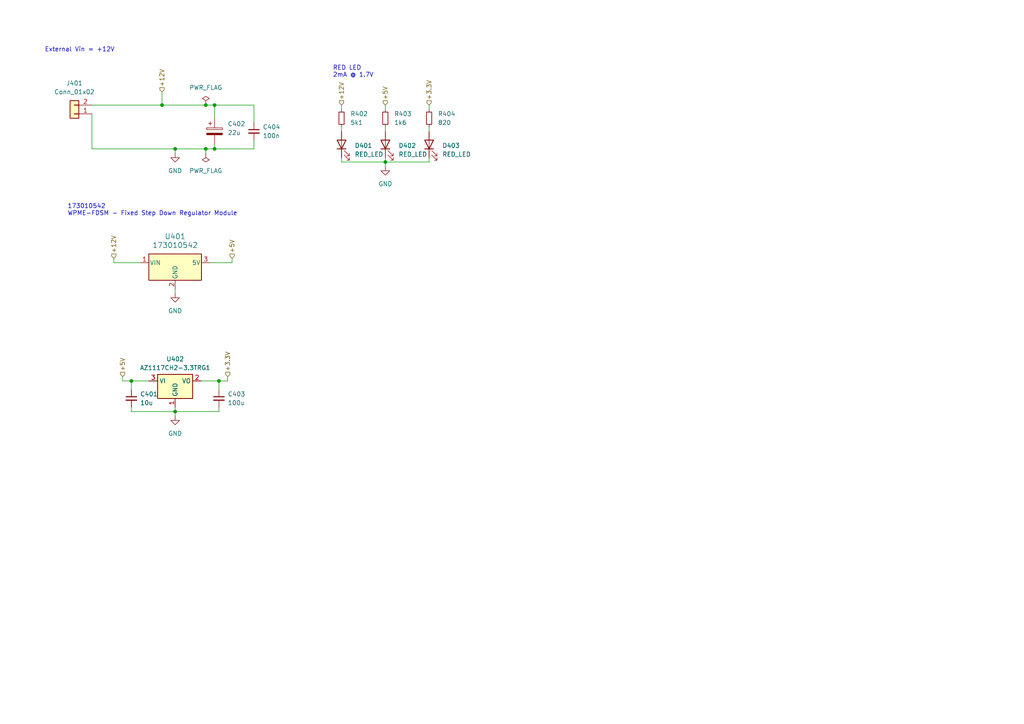
<source format=kicad_sch>
(kicad_sch
	(version 20231120)
	(generator "eeschema")
	(generator_version "8.0")
	(uuid "c69addab-9142-44c9-9ce0-e27921e508f6")
	(paper "A4")
	(lib_symbols
		(symbol "173010xxx:173010542"
			(pin_names
				(offset 0.254)
			)
			(exclude_from_sim no)
			(in_bom yes)
			(on_board yes)
			(property "Reference" "U"
				(at 7.62 -6.35 0)
				(effects
					(font
						(size 1.524 1.524)
					)
				)
			)
			(property "Value" "173010542"
				(at -0.508 3.556 0)
				(effects
					(font
						(size 1.524 1.524)
					)
				)
			)
			(property "Footprint" "CONN3_10542_WRE"
				(at 12.7 -12.7 0)
				(effects
					(font
						(size 1.27 1.27)
						(italic yes)
					)
					(hide yes)
				)
			)
			(property "Datasheet" "173010542"
				(at 10.16 -10.16 0)
				(effects
					(font
						(size 1.27 1.27)
						(italic yes)
					)
					(hide yes)
				)
			)
			(property "Description" ""
				(at 0 0 0)
				(effects
					(font
						(size 1.27 1.27)
					)
					(hide yes)
				)
			)
			(property "ki_keywords" "173010542"
				(at 0 0 0)
				(effects
					(font
						(size 1.27 1.27)
					)
					(hide yes)
				)
			)
			(property "ki_fp_filters" "CONN3_10542_WRE"
				(at 0 0 0)
				(effects
					(font
						(size 1.27 1.27)
					)
					(hide yes)
				)
			)
			(symbol "173010542_1_1"
				(rectangle
					(start -7.62 2.54)
					(end 7.62 -5.08)
					(stroke
						(width 0.254)
						(type default)
					)
					(fill
						(type background)
					)
				)
				(pin power_in line
					(at -10.16 0 0)
					(length 2.54)
					(name "VIN"
						(effects
							(font
								(size 1.27 1.27)
							)
						)
					)
					(number "1"
						(effects
							(font
								(size 1.27 1.27)
							)
						)
					)
				)
				(pin power_in line
					(at 0 -7.62 90)
					(length 2.54)
					(name "GND"
						(effects
							(font
								(size 1.27 1.27)
							)
						)
					)
					(number "2"
						(effects
							(font
								(size 1.27 1.27)
							)
						)
					)
				)
				(pin power_out line
					(at 10.16 0 180)
					(length 2.54)
					(name "5V"
						(effects
							(font
								(size 1.27 1.27)
							)
						)
					)
					(number "3"
						(effects
							(font
								(size 1.27 1.27)
							)
						)
					)
				)
			)
		)
		(symbol "Connector_Generic:Conn_01x02"
			(pin_names
				(offset 1.016) hide)
			(exclude_from_sim no)
			(in_bom yes)
			(on_board yes)
			(property "Reference" "J"
				(at 0 2.54 0)
				(effects
					(font
						(size 1.27 1.27)
					)
				)
			)
			(property "Value" "Conn_01x02"
				(at 0 -5.08 0)
				(effects
					(font
						(size 1.27 1.27)
					)
				)
			)
			(property "Footprint" ""
				(at 0 0 0)
				(effects
					(font
						(size 1.27 1.27)
					)
					(hide yes)
				)
			)
			(property "Datasheet" "~"
				(at 0 0 0)
				(effects
					(font
						(size 1.27 1.27)
					)
					(hide yes)
				)
			)
			(property "Description" "Generic connector, single row, 01x02, script generated (kicad-library-utils/schlib/autogen/connector/)"
				(at 0 0 0)
				(effects
					(font
						(size 1.27 1.27)
					)
					(hide yes)
				)
			)
			(property "ki_keywords" "connector"
				(at 0 0 0)
				(effects
					(font
						(size 1.27 1.27)
					)
					(hide yes)
				)
			)
			(property "ki_fp_filters" "Connector*:*_1x??_*"
				(at 0 0 0)
				(effects
					(font
						(size 1.27 1.27)
					)
					(hide yes)
				)
			)
			(symbol "Conn_01x02_1_1"
				(rectangle
					(start -1.27 -2.413)
					(end 0 -2.667)
					(stroke
						(width 0.1524)
						(type default)
					)
					(fill
						(type none)
					)
				)
				(rectangle
					(start -1.27 0.127)
					(end 0 -0.127)
					(stroke
						(width 0.1524)
						(type default)
					)
					(fill
						(type none)
					)
				)
				(rectangle
					(start -1.27 1.27)
					(end 1.27 -3.81)
					(stroke
						(width 0.254)
						(type default)
					)
					(fill
						(type background)
					)
				)
				(pin passive line
					(at -5.08 0 0)
					(length 3.81)
					(name "Pin_1"
						(effects
							(font
								(size 1.27 1.27)
							)
						)
					)
					(number "1"
						(effects
							(font
								(size 1.27 1.27)
							)
						)
					)
				)
				(pin passive line
					(at -5.08 -2.54 0)
					(length 3.81)
					(name "Pin_2"
						(effects
							(font
								(size 1.27 1.27)
							)
						)
					)
					(number "2"
						(effects
							(font
								(size 1.27 1.27)
							)
						)
					)
				)
			)
		)
		(symbol "Device:C_Polarized"
			(pin_numbers hide)
			(pin_names
				(offset 0.254)
			)
			(exclude_from_sim no)
			(in_bom yes)
			(on_board yes)
			(property "Reference" "C"
				(at 0.635 2.54 0)
				(effects
					(font
						(size 1.27 1.27)
					)
					(justify left)
				)
			)
			(property "Value" "C_Polarized"
				(at 0.635 -2.54 0)
				(effects
					(font
						(size 1.27 1.27)
					)
					(justify left)
				)
			)
			(property "Footprint" ""
				(at 0.9652 -3.81 0)
				(effects
					(font
						(size 1.27 1.27)
					)
					(hide yes)
				)
			)
			(property "Datasheet" "~"
				(at 0 0 0)
				(effects
					(font
						(size 1.27 1.27)
					)
					(hide yes)
				)
			)
			(property "Description" "Polarized capacitor"
				(at 0 0 0)
				(effects
					(font
						(size 1.27 1.27)
					)
					(hide yes)
				)
			)
			(property "ki_keywords" "cap capacitor"
				(at 0 0 0)
				(effects
					(font
						(size 1.27 1.27)
					)
					(hide yes)
				)
			)
			(property "ki_fp_filters" "CP_*"
				(at 0 0 0)
				(effects
					(font
						(size 1.27 1.27)
					)
					(hide yes)
				)
			)
			(symbol "C_Polarized_0_1"
				(rectangle
					(start -2.286 0.508)
					(end 2.286 1.016)
					(stroke
						(width 0)
						(type default)
					)
					(fill
						(type none)
					)
				)
				(polyline
					(pts
						(xy -1.778 2.286) (xy -0.762 2.286)
					)
					(stroke
						(width 0)
						(type default)
					)
					(fill
						(type none)
					)
				)
				(polyline
					(pts
						(xy -1.27 2.794) (xy -1.27 1.778)
					)
					(stroke
						(width 0)
						(type default)
					)
					(fill
						(type none)
					)
				)
				(rectangle
					(start 2.286 -0.508)
					(end -2.286 -1.016)
					(stroke
						(width 0)
						(type default)
					)
					(fill
						(type outline)
					)
				)
			)
			(symbol "C_Polarized_1_1"
				(pin passive line
					(at 0 3.81 270)
					(length 2.794)
					(name "~"
						(effects
							(font
								(size 1.27 1.27)
							)
						)
					)
					(number "1"
						(effects
							(font
								(size 1.27 1.27)
							)
						)
					)
				)
				(pin passive line
					(at 0 -3.81 90)
					(length 2.794)
					(name "~"
						(effects
							(font
								(size 1.27 1.27)
							)
						)
					)
					(number "2"
						(effects
							(font
								(size 1.27 1.27)
							)
						)
					)
				)
			)
		)
		(symbol "Device:C_Small"
			(pin_numbers hide)
			(pin_names
				(offset 0.254) hide)
			(exclude_from_sim no)
			(in_bom yes)
			(on_board yes)
			(property "Reference" "C"
				(at 0.254 1.778 0)
				(effects
					(font
						(size 1.27 1.27)
					)
					(justify left)
				)
			)
			(property "Value" "C_Small"
				(at 0.254 -2.032 0)
				(effects
					(font
						(size 1.27 1.27)
					)
					(justify left)
				)
			)
			(property "Footprint" ""
				(at 0 0 0)
				(effects
					(font
						(size 1.27 1.27)
					)
					(hide yes)
				)
			)
			(property "Datasheet" "~"
				(at 0 0 0)
				(effects
					(font
						(size 1.27 1.27)
					)
					(hide yes)
				)
			)
			(property "Description" "Unpolarized capacitor, small symbol"
				(at 0 0 0)
				(effects
					(font
						(size 1.27 1.27)
					)
					(hide yes)
				)
			)
			(property "ki_keywords" "capacitor cap"
				(at 0 0 0)
				(effects
					(font
						(size 1.27 1.27)
					)
					(hide yes)
				)
			)
			(property "ki_fp_filters" "C_*"
				(at 0 0 0)
				(effects
					(font
						(size 1.27 1.27)
					)
					(hide yes)
				)
			)
			(symbol "C_Small_0_1"
				(polyline
					(pts
						(xy -1.524 -0.508) (xy 1.524 -0.508)
					)
					(stroke
						(width 0.3302)
						(type default)
					)
					(fill
						(type none)
					)
				)
				(polyline
					(pts
						(xy -1.524 0.508) (xy 1.524 0.508)
					)
					(stroke
						(width 0.3048)
						(type default)
					)
					(fill
						(type none)
					)
				)
			)
			(symbol "C_Small_1_1"
				(pin passive line
					(at 0 2.54 270)
					(length 2.032)
					(name "~"
						(effects
							(font
								(size 1.27 1.27)
							)
						)
					)
					(number "1"
						(effects
							(font
								(size 1.27 1.27)
							)
						)
					)
				)
				(pin passive line
					(at 0 -2.54 90)
					(length 2.032)
					(name "~"
						(effects
							(font
								(size 1.27 1.27)
							)
						)
					)
					(number "2"
						(effects
							(font
								(size 1.27 1.27)
							)
						)
					)
				)
			)
		)
		(symbol "Device:LED"
			(pin_numbers hide)
			(pin_names
				(offset 1.016) hide)
			(exclude_from_sim no)
			(in_bom yes)
			(on_board yes)
			(property "Reference" "D"
				(at 0 2.54 0)
				(effects
					(font
						(size 1.27 1.27)
					)
				)
			)
			(property "Value" "LED"
				(at 0 -2.54 0)
				(effects
					(font
						(size 1.27 1.27)
					)
				)
			)
			(property "Footprint" ""
				(at 0 0 0)
				(effects
					(font
						(size 1.27 1.27)
					)
					(hide yes)
				)
			)
			(property "Datasheet" "~"
				(at 0 0 0)
				(effects
					(font
						(size 1.27 1.27)
					)
					(hide yes)
				)
			)
			(property "Description" "Light emitting diode"
				(at 0 0 0)
				(effects
					(font
						(size 1.27 1.27)
					)
					(hide yes)
				)
			)
			(property "ki_keywords" "LED diode"
				(at 0 0 0)
				(effects
					(font
						(size 1.27 1.27)
					)
					(hide yes)
				)
			)
			(property "ki_fp_filters" "LED* LED_SMD:* LED_THT:*"
				(at 0 0 0)
				(effects
					(font
						(size 1.27 1.27)
					)
					(hide yes)
				)
			)
			(symbol "LED_0_1"
				(polyline
					(pts
						(xy -1.27 -1.27) (xy -1.27 1.27)
					)
					(stroke
						(width 0.254)
						(type default)
					)
					(fill
						(type none)
					)
				)
				(polyline
					(pts
						(xy -1.27 0) (xy 1.27 0)
					)
					(stroke
						(width 0)
						(type default)
					)
					(fill
						(type none)
					)
				)
				(polyline
					(pts
						(xy 1.27 -1.27) (xy 1.27 1.27) (xy -1.27 0) (xy 1.27 -1.27)
					)
					(stroke
						(width 0.254)
						(type default)
					)
					(fill
						(type none)
					)
				)
				(polyline
					(pts
						(xy -3.048 -0.762) (xy -4.572 -2.286) (xy -3.81 -2.286) (xy -4.572 -2.286) (xy -4.572 -1.524)
					)
					(stroke
						(width 0)
						(type default)
					)
					(fill
						(type none)
					)
				)
				(polyline
					(pts
						(xy -1.778 -0.762) (xy -3.302 -2.286) (xy -2.54 -2.286) (xy -3.302 -2.286) (xy -3.302 -1.524)
					)
					(stroke
						(width 0)
						(type default)
					)
					(fill
						(type none)
					)
				)
			)
			(symbol "LED_1_1"
				(pin passive line
					(at -3.81 0 0)
					(length 2.54)
					(name "K"
						(effects
							(font
								(size 1.27 1.27)
							)
						)
					)
					(number "1"
						(effects
							(font
								(size 1.27 1.27)
							)
						)
					)
				)
				(pin passive line
					(at 3.81 0 180)
					(length 2.54)
					(name "A"
						(effects
							(font
								(size 1.27 1.27)
							)
						)
					)
					(number "2"
						(effects
							(font
								(size 1.27 1.27)
							)
						)
					)
				)
			)
		)
		(symbol "Device:R_Small"
			(pin_numbers hide)
			(pin_names
				(offset 0.254) hide)
			(exclude_from_sim no)
			(in_bom yes)
			(on_board yes)
			(property "Reference" "R"
				(at 0.762 0.508 0)
				(effects
					(font
						(size 1.27 1.27)
					)
					(justify left)
				)
			)
			(property "Value" "R_Small"
				(at 0.762 -1.016 0)
				(effects
					(font
						(size 1.27 1.27)
					)
					(justify left)
				)
			)
			(property "Footprint" ""
				(at 0 0 0)
				(effects
					(font
						(size 1.27 1.27)
					)
					(hide yes)
				)
			)
			(property "Datasheet" "~"
				(at 0 0 0)
				(effects
					(font
						(size 1.27 1.27)
					)
					(hide yes)
				)
			)
			(property "Description" "Resistor, small symbol"
				(at 0 0 0)
				(effects
					(font
						(size 1.27 1.27)
					)
					(hide yes)
				)
			)
			(property "ki_keywords" "R resistor"
				(at 0 0 0)
				(effects
					(font
						(size 1.27 1.27)
					)
					(hide yes)
				)
			)
			(property "ki_fp_filters" "R_*"
				(at 0 0 0)
				(effects
					(font
						(size 1.27 1.27)
					)
					(hide yes)
				)
			)
			(symbol "R_Small_0_1"
				(rectangle
					(start -0.762 1.778)
					(end 0.762 -1.778)
					(stroke
						(width 0.2032)
						(type default)
					)
					(fill
						(type none)
					)
				)
			)
			(symbol "R_Small_1_1"
				(pin passive line
					(at 0 2.54 270)
					(length 0.762)
					(name "~"
						(effects
							(font
								(size 1.27 1.27)
							)
						)
					)
					(number "1"
						(effects
							(font
								(size 1.27 1.27)
							)
						)
					)
				)
				(pin passive line
					(at 0 -2.54 90)
					(length 0.762)
					(name "~"
						(effects
							(font
								(size 1.27 1.27)
							)
						)
					)
					(number "2"
						(effects
							(font
								(size 1.27 1.27)
							)
						)
					)
				)
			)
		)
		(symbol "Regulator_Linear:AMS1117-3.3"
			(exclude_from_sim no)
			(in_bom yes)
			(on_board yes)
			(property "Reference" "U"
				(at -3.81 3.175 0)
				(effects
					(font
						(size 1.27 1.27)
					)
				)
			)
			(property "Value" "AMS1117-3.3"
				(at 0 3.175 0)
				(effects
					(font
						(size 1.27 1.27)
					)
					(justify left)
				)
			)
			(property "Footprint" "Package_TO_SOT_SMD:SOT-223-3_TabPin2"
				(at 0 5.08 0)
				(effects
					(font
						(size 1.27 1.27)
					)
					(hide yes)
				)
			)
			(property "Datasheet" "http://www.advanced-monolithic.com/pdf/ds1117.pdf"
				(at 2.54 -6.35 0)
				(effects
					(font
						(size 1.27 1.27)
					)
					(hide yes)
				)
			)
			(property "Description" "1A Low Dropout regulator, positive, 3.3V fixed output, SOT-223"
				(at 0 0 0)
				(effects
					(font
						(size 1.27 1.27)
					)
					(hide yes)
				)
			)
			(property "ki_keywords" "linear regulator ldo fixed positive"
				(at 0 0 0)
				(effects
					(font
						(size 1.27 1.27)
					)
					(hide yes)
				)
			)
			(property "ki_fp_filters" "SOT?223*TabPin2*"
				(at 0 0 0)
				(effects
					(font
						(size 1.27 1.27)
					)
					(hide yes)
				)
			)
			(symbol "AMS1117-3.3_0_1"
				(rectangle
					(start -5.08 -5.08)
					(end 5.08 1.905)
					(stroke
						(width 0.254)
						(type default)
					)
					(fill
						(type background)
					)
				)
			)
			(symbol "AMS1117-3.3_1_1"
				(pin power_in line
					(at 0 -7.62 90)
					(length 2.54)
					(name "GND"
						(effects
							(font
								(size 1.27 1.27)
							)
						)
					)
					(number "1"
						(effects
							(font
								(size 1.27 1.27)
							)
						)
					)
				)
				(pin power_out line
					(at 7.62 0 180)
					(length 2.54)
					(name "VO"
						(effects
							(font
								(size 1.27 1.27)
							)
						)
					)
					(number "2"
						(effects
							(font
								(size 1.27 1.27)
							)
						)
					)
				)
				(pin power_in line
					(at -7.62 0 0)
					(length 2.54)
					(name "VI"
						(effects
							(font
								(size 1.27 1.27)
							)
						)
					)
					(number "3"
						(effects
							(font
								(size 1.27 1.27)
							)
						)
					)
				)
			)
		)
		(symbol "power:GND"
			(power)
			(pin_numbers hide)
			(pin_names
				(offset 0) hide)
			(exclude_from_sim no)
			(in_bom yes)
			(on_board yes)
			(property "Reference" "#PWR"
				(at 0 -6.35 0)
				(effects
					(font
						(size 1.27 1.27)
					)
					(hide yes)
				)
			)
			(property "Value" "GND"
				(at 0 -3.81 0)
				(effects
					(font
						(size 1.27 1.27)
					)
				)
			)
			(property "Footprint" ""
				(at 0 0 0)
				(effects
					(font
						(size 1.27 1.27)
					)
					(hide yes)
				)
			)
			(property "Datasheet" ""
				(at 0 0 0)
				(effects
					(font
						(size 1.27 1.27)
					)
					(hide yes)
				)
			)
			(property "Description" "Power symbol creates a global label with name \"GND\" , ground"
				(at 0 0 0)
				(effects
					(font
						(size 1.27 1.27)
					)
					(hide yes)
				)
			)
			(property "ki_keywords" "global power"
				(at 0 0 0)
				(effects
					(font
						(size 1.27 1.27)
					)
					(hide yes)
				)
			)
			(symbol "GND_0_1"
				(polyline
					(pts
						(xy 0 0) (xy 0 -1.27) (xy 1.27 -1.27) (xy 0 -2.54) (xy -1.27 -1.27) (xy 0 -1.27)
					)
					(stroke
						(width 0)
						(type default)
					)
					(fill
						(type none)
					)
				)
			)
			(symbol "GND_1_1"
				(pin power_in line
					(at 0 0 270)
					(length 0)
					(name "~"
						(effects
							(font
								(size 1.27 1.27)
							)
						)
					)
					(number "1"
						(effects
							(font
								(size 1.27 1.27)
							)
						)
					)
				)
			)
		)
		(symbol "power:PWR_FLAG"
			(power)
			(pin_numbers hide)
			(pin_names
				(offset 0) hide)
			(exclude_from_sim no)
			(in_bom yes)
			(on_board yes)
			(property "Reference" "#FLG"
				(at 0 1.905 0)
				(effects
					(font
						(size 1.27 1.27)
					)
					(hide yes)
				)
			)
			(property "Value" "PWR_FLAG"
				(at 0 3.81 0)
				(effects
					(font
						(size 1.27 1.27)
					)
				)
			)
			(property "Footprint" ""
				(at 0 0 0)
				(effects
					(font
						(size 1.27 1.27)
					)
					(hide yes)
				)
			)
			(property "Datasheet" "~"
				(at 0 0 0)
				(effects
					(font
						(size 1.27 1.27)
					)
					(hide yes)
				)
			)
			(property "Description" "Special symbol for telling ERC where power comes from"
				(at 0 0 0)
				(effects
					(font
						(size 1.27 1.27)
					)
					(hide yes)
				)
			)
			(property "ki_keywords" "flag power"
				(at 0 0 0)
				(effects
					(font
						(size 1.27 1.27)
					)
					(hide yes)
				)
			)
			(symbol "PWR_FLAG_0_0"
				(pin power_out line
					(at 0 0 90)
					(length 0)
					(name "~"
						(effects
							(font
								(size 1.27 1.27)
							)
						)
					)
					(number "1"
						(effects
							(font
								(size 1.27 1.27)
							)
						)
					)
				)
			)
			(symbol "PWR_FLAG_0_1"
				(polyline
					(pts
						(xy 0 0) (xy 0 1.27) (xy -1.016 1.905) (xy 0 2.54) (xy 1.016 1.905) (xy 0 1.27)
					)
					(stroke
						(width 0)
						(type default)
					)
					(fill
						(type none)
					)
				)
			)
		)
	)
	(junction
		(at 111.76 46.99)
		(diameter 0)
		(color 0 0 0 0)
		(uuid "0d5c5c6a-86b5-46a4-a8b8-81e8c6009f93")
	)
	(junction
		(at 59.69 43.18)
		(diameter 0)
		(color 0 0 0 0)
		(uuid "4031842d-687b-411b-be36-4129a01004ca")
	)
	(junction
		(at 46.99 30.48)
		(diameter 0)
		(color 0 0 0 0)
		(uuid "5793cf0a-90ab-431f-8318-5259015a3441")
	)
	(junction
		(at 62.23 43.18)
		(diameter 0)
		(color 0 0 0 0)
		(uuid "7d75a3b1-9aa0-42a8-b23f-a7081dc604d7")
	)
	(junction
		(at 63.5 110.49)
		(diameter 0)
		(color 0 0 0 0)
		(uuid "aaf5e768-106c-4fd8-a363-ffd26fa4f8b1")
	)
	(junction
		(at 50.8 43.18)
		(diameter 0)
		(color 0 0 0 0)
		(uuid "b5ec0242-e91a-46f0-ad81-2b55801b8f76")
	)
	(junction
		(at 38.1 110.49)
		(diameter 0)
		(color 0 0 0 0)
		(uuid "b8dad830-5551-440b-b0e1-7fe981afc604")
	)
	(junction
		(at 62.23 30.48)
		(diameter 0)
		(color 0 0 0 0)
		(uuid "c4840269-c61c-49a8-8616-4bfe7f8f3974")
	)
	(junction
		(at 59.69 30.48)
		(diameter 0)
		(color 0 0 0 0)
		(uuid "df4dfe37-510d-45f5-ba8b-4b7777c8db16")
	)
	(junction
		(at 50.8 119.38)
		(diameter 0)
		(color 0 0 0 0)
		(uuid "ec93fc8c-5314-48f9-a92c-7610441ebee6")
	)
	(wire
		(pts
			(xy 58.42 110.49) (xy 63.5 110.49)
		)
		(stroke
			(width 0)
			(type default)
		)
		(uuid "012aace8-a0d3-49a9-9541-26aa4c1735d1")
	)
	(wire
		(pts
			(xy 62.23 30.48) (xy 73.66 30.48)
		)
		(stroke
			(width 0)
			(type default)
		)
		(uuid "03f1b7c3-3f13-4937-8739-fd6e2e07616a")
	)
	(wire
		(pts
			(xy 99.06 46.99) (xy 111.76 46.99)
		)
		(stroke
			(width 0)
			(type default)
		)
		(uuid "0b7d4c58-ebbd-4bc0-9d77-cc78311092d7")
	)
	(wire
		(pts
			(xy 26.67 30.48) (xy 46.99 30.48)
		)
		(stroke
			(width 0)
			(type default)
		)
		(uuid "135ac43f-f2d4-46c3-aaa6-cc579f880248")
	)
	(wire
		(pts
			(xy 111.76 46.99) (xy 124.46 46.99)
		)
		(stroke
			(width 0)
			(type default)
		)
		(uuid "17d4e6a0-c201-4df6-98c8-679907d942dc")
	)
	(wire
		(pts
			(xy 124.46 46.99) (xy 124.46 45.72)
		)
		(stroke
			(width 0)
			(type default)
		)
		(uuid "217458b7-3368-4606-851e-92604a837509")
	)
	(wire
		(pts
			(xy 99.06 45.72) (xy 99.06 46.99)
		)
		(stroke
			(width 0)
			(type default)
		)
		(uuid "241ae77b-01be-44cb-b6ea-37bad5599e23")
	)
	(wire
		(pts
			(xy 111.76 46.99) (xy 111.76 48.26)
		)
		(stroke
			(width 0)
			(type default)
		)
		(uuid "2a868072-2bfc-46d3-a154-d8fe9d56d5a4")
	)
	(wire
		(pts
			(xy 50.8 43.18) (xy 50.8 44.45)
		)
		(stroke
			(width 0)
			(type default)
		)
		(uuid "2f015fba-5fc1-45c4-a92f-0dec1b16ebc8")
	)
	(wire
		(pts
			(xy 26.67 43.18) (xy 50.8 43.18)
		)
		(stroke
			(width 0)
			(type default)
		)
		(uuid "31dc9e10-ac98-4f87-b0a1-cacd9cf341c1")
	)
	(wire
		(pts
			(xy 99.06 36.83) (xy 99.06 38.1)
		)
		(stroke
			(width 0)
			(type default)
		)
		(uuid "408a9249-c1f6-407d-83cb-7b8257b94779")
	)
	(wire
		(pts
			(xy 59.69 43.18) (xy 50.8 43.18)
		)
		(stroke
			(width 0)
			(type default)
		)
		(uuid "48323e0c-e148-4562-be8d-51d5fcd95172")
	)
	(wire
		(pts
			(xy 124.46 30.48) (xy 124.46 31.75)
		)
		(stroke
			(width 0)
			(type default)
		)
		(uuid "4a4db71f-27af-4131-b773-00da28c78c3c")
	)
	(wire
		(pts
			(xy 38.1 118.11) (xy 38.1 119.38)
		)
		(stroke
			(width 0)
			(type default)
		)
		(uuid "4bdda5a8-3f50-4906-9689-51e33572bba5")
	)
	(wire
		(pts
			(xy 63.5 110.49) (xy 66.04 110.49)
		)
		(stroke
			(width 0)
			(type default)
		)
		(uuid "5320d0f3-fb75-47d0-b779-aed965774d70")
	)
	(wire
		(pts
			(xy 59.69 44.45) (xy 59.69 43.18)
		)
		(stroke
			(width 0)
			(type default)
		)
		(uuid "5b9609e4-9ce0-489b-95b1-ce9fe3fd14f9")
	)
	(wire
		(pts
			(xy 33.02 76.2) (xy 40.64 76.2)
		)
		(stroke
			(width 0)
			(type default)
		)
		(uuid "5f24570c-c8bd-4777-a032-0d55517807ec")
	)
	(wire
		(pts
			(xy 35.56 110.49) (xy 38.1 110.49)
		)
		(stroke
			(width 0)
			(type default)
		)
		(uuid "5fb3b5db-1aa9-4fab-a1f4-060c55b2cb55")
	)
	(wire
		(pts
			(xy 124.46 36.83) (xy 124.46 38.1)
		)
		(stroke
			(width 0)
			(type default)
		)
		(uuid "64847522-021e-48c0-851a-bb17763cb1bf")
	)
	(wire
		(pts
			(xy 43.18 110.49) (xy 38.1 110.49)
		)
		(stroke
			(width 0)
			(type default)
		)
		(uuid "65d2380d-833c-4c95-9832-0100d82dda4f")
	)
	(wire
		(pts
			(xy 111.76 45.72) (xy 111.76 46.99)
		)
		(stroke
			(width 0)
			(type default)
		)
		(uuid "6abfa825-f4e1-4bf1-86ab-9e9b897f0241")
	)
	(wire
		(pts
			(xy 73.66 30.48) (xy 73.66 35.56)
		)
		(stroke
			(width 0)
			(type default)
		)
		(uuid "75aa9b04-a485-435c-8a90-ef15fd568fb5")
	)
	(wire
		(pts
			(xy 38.1 110.49) (xy 38.1 113.03)
		)
		(stroke
			(width 0)
			(type default)
		)
		(uuid "7a05de1f-e1f1-477f-aab9-fa28b6be247b")
	)
	(wire
		(pts
			(xy 63.5 110.49) (xy 63.5 113.03)
		)
		(stroke
			(width 0)
			(type default)
		)
		(uuid "85414240-75f1-448a-82ba-1507bed0325e")
	)
	(wire
		(pts
			(xy 38.1 119.38) (xy 50.8 119.38)
		)
		(stroke
			(width 0)
			(type default)
		)
		(uuid "8afcfd68-28ce-4414-945a-933396d64a49")
	)
	(wire
		(pts
			(xy 50.8 85.09) (xy 50.8 83.82)
		)
		(stroke
			(width 0)
			(type default)
		)
		(uuid "93dc8ff7-42aa-4feb-8951-d39970e2fa25")
	)
	(wire
		(pts
			(xy 59.69 43.18) (xy 62.23 43.18)
		)
		(stroke
			(width 0)
			(type default)
		)
		(uuid "95161ec9-b936-4011-abc9-75f1d0152597")
	)
	(wire
		(pts
			(xy 46.99 26.67) (xy 46.99 30.48)
		)
		(stroke
			(width 0)
			(type default)
		)
		(uuid "9c953111-cc63-4a80-9c2e-0375aad204de")
	)
	(wire
		(pts
			(xy 66.04 109.22) (xy 66.04 110.49)
		)
		(stroke
			(width 0)
			(type default)
		)
		(uuid "a30c099b-0935-46bf-9031-7b8eb273062a")
	)
	(wire
		(pts
			(xy 73.66 40.64) (xy 73.66 43.18)
		)
		(stroke
			(width 0)
			(type default)
		)
		(uuid "a7fcbd87-bb9b-48a0-bef2-088f24b52db6")
	)
	(wire
		(pts
			(xy 111.76 36.83) (xy 111.76 38.1)
		)
		(stroke
			(width 0)
			(type default)
		)
		(uuid "a8e262cc-a5b0-4178-b7af-0559a371b592")
	)
	(wire
		(pts
			(xy 67.31 74.93) (xy 67.31 76.2)
		)
		(stroke
			(width 0)
			(type default)
		)
		(uuid "a960bb61-dddb-400e-a1bd-c0a0521ad1c9")
	)
	(wire
		(pts
			(xy 62.23 41.91) (xy 62.23 43.18)
		)
		(stroke
			(width 0)
			(type default)
		)
		(uuid "b1b5b967-58e4-4499-a25a-35eea99bcf9d")
	)
	(wire
		(pts
			(xy 62.23 43.18) (xy 73.66 43.18)
		)
		(stroke
			(width 0)
			(type default)
		)
		(uuid "b666d161-b1df-460f-9c2d-8280c99bb576")
	)
	(wire
		(pts
			(xy 26.67 33.02) (xy 26.67 43.18)
		)
		(stroke
			(width 0)
			(type default)
		)
		(uuid "b79c1b76-f1c7-4352-be10-cb877891891e")
	)
	(wire
		(pts
			(xy 50.8 119.38) (xy 63.5 119.38)
		)
		(stroke
			(width 0)
			(type default)
		)
		(uuid "ce1793f1-e8b6-4d6d-bbd7-716aacac183e")
	)
	(wire
		(pts
			(xy 63.5 118.11) (xy 63.5 119.38)
		)
		(stroke
			(width 0)
			(type default)
		)
		(uuid "cecda277-6a46-42c4-90a0-3a4060fd9e95")
	)
	(wire
		(pts
			(xy 33.02 74.93) (xy 33.02 76.2)
		)
		(stroke
			(width 0)
			(type default)
		)
		(uuid "dfd95d5d-b940-4f9b-913a-77c77f88ba86")
	)
	(wire
		(pts
			(xy 99.06 30.48) (xy 99.06 31.75)
		)
		(stroke
			(width 0)
			(type default)
		)
		(uuid "ebbd48c3-747b-4e6c-8b69-671734f6192c")
	)
	(wire
		(pts
			(xy 50.8 118.11) (xy 50.8 119.38)
		)
		(stroke
			(width 0)
			(type default)
		)
		(uuid "ef4589f1-2cba-4fe9-83be-f45fe0acf0ee")
	)
	(wire
		(pts
			(xy 62.23 30.48) (xy 62.23 34.29)
		)
		(stroke
			(width 0)
			(type default)
		)
		(uuid "f08dde5f-d03a-476b-b889-cefbbca96ae5")
	)
	(wire
		(pts
			(xy 59.69 30.48) (xy 62.23 30.48)
		)
		(stroke
			(width 0)
			(type default)
		)
		(uuid "f099e77a-8a9c-47b6-8e1b-757e2a5dfccf")
	)
	(wire
		(pts
			(xy 111.76 30.48) (xy 111.76 31.75)
		)
		(stroke
			(width 0)
			(type default)
		)
		(uuid "f294f5b1-58f5-4cf2-896b-3216897cd5a6")
	)
	(wire
		(pts
			(xy 67.31 76.2) (xy 60.96 76.2)
		)
		(stroke
			(width 0)
			(type default)
		)
		(uuid "fbb921e7-903a-4793-bec0-1b15f5db137a")
	)
	(wire
		(pts
			(xy 46.99 30.48) (xy 59.69 30.48)
		)
		(stroke
			(width 0)
			(type default)
		)
		(uuid "fc473bd2-3531-4b99-8e2c-4dcc34985f8a")
	)
	(wire
		(pts
			(xy 50.8 119.38) (xy 50.8 120.65)
		)
		(stroke
			(width 0)
			(type default)
		)
		(uuid "fcff8356-2c1a-4478-a395-900af2a91b98")
	)
	(wire
		(pts
			(xy 35.56 109.22) (xy 35.56 110.49)
		)
		(stroke
			(width 0)
			(type default)
		)
		(uuid "fd357375-fe31-4432-b61c-c9d2c792ff25")
	)
	(text "RED LED\n2mA @ 1.7V"
		(exclude_from_sim no)
		(at 96.52 20.828 0)
		(effects
			(font
				(size 1.27 1.27)
			)
			(justify left)
		)
		(uuid "13482fc2-1737-4526-b89c-5271744a911a")
	)
	(text "173010542\nWPME-FDSM - Fixed Step Down Regulator Module"
		(exclude_from_sim no)
		(at 19.558 60.96 0)
		(effects
			(font
				(size 1.27 1.27)
			)
			(justify left)
		)
		(uuid "7ae62073-a9c7-44df-9a53-f718bb79a557")
	)
	(text "External Vin = +12V"
		(exclude_from_sim no)
		(at 12.954 14.478 0)
		(effects
			(font
				(size 1.27 1.27)
			)
			(justify left)
		)
		(uuid "852857c9-6b12-49fd-b3f1-e54d6dd85224")
	)
	(hierarchical_label "+5V"
		(shape input)
		(at 35.56 109.22 90)
		(effects
			(font
				(size 1.27 1.27)
			)
			(justify left)
		)
		(uuid "0fec49b4-e3d8-49e3-8ae5-d86551469cdc")
	)
	(hierarchical_label "+12V"
		(shape input)
		(at 46.99 26.67 90)
		(effects
			(font
				(size 1.27 1.27)
			)
			(justify left)
		)
		(uuid "54be258e-2a85-4741-88fc-0cbed18daaab")
	)
	(hierarchical_label "+12V"
		(shape input)
		(at 33.02 74.93 90)
		(effects
			(font
				(size 1.27 1.27)
			)
			(justify left)
		)
		(uuid "5bbf40bc-942f-48cb-9d7a-f9c97c2702bb")
	)
	(hierarchical_label "+12V"
		(shape input)
		(at 99.06 30.48 90)
		(effects
			(font
				(size 1.27 1.27)
			)
			(justify left)
		)
		(uuid "5f75536e-54b3-4e22-9a4d-c7a2c38bbe2c")
	)
	(hierarchical_label "+5V"
		(shape input)
		(at 67.31 74.93 90)
		(effects
			(font
				(size 1.27 1.27)
			)
			(justify left)
		)
		(uuid "680ee587-4aed-4638-931a-acc527b8594a")
	)
	(hierarchical_label "+5V"
		(shape input)
		(at 111.76 30.48 90)
		(effects
			(font
				(size 1.27 1.27)
			)
			(justify left)
		)
		(uuid "a8fecf25-8d11-4c21-b078-63a433457e05")
	)
	(hierarchical_label "+3.3V"
		(shape input)
		(at 66.04 109.22 90)
		(effects
			(font
				(size 1.27 1.27)
			)
			(justify left)
		)
		(uuid "cb574988-097c-4c83-b3f4-50788391bf9e")
	)
	(hierarchical_label "+3.3V"
		(shape input)
		(at 124.46 30.48 90)
		(effects
			(font
				(size 1.27 1.27)
			)
			(justify left)
		)
		(uuid "f32db1b6-1a37-4e5c-b383-5f181870e704")
	)
	(symbol
		(lib_id "Device:C_Small")
		(at 63.5 115.57 0)
		(unit 1)
		(exclude_from_sim no)
		(in_bom yes)
		(on_board yes)
		(dnp no)
		(fields_autoplaced yes)
		(uuid "0ad7d5c7-a951-4b01-9769-89d4185c36e5")
		(property "Reference" "C403"
			(at 66.04 114.3062 0)
			(effects
				(font
					(size 1.27 1.27)
				)
				(justify left)
			)
		)
		(property "Value" "100u"
			(at 66.04 116.8462 0)
			(effects
				(font
					(size 1.27 1.27)
				)
				(justify left)
			)
		)
		(property "Footprint" "Capacitor_SMD:C_0402_1005Metric"
			(at 63.5 115.57 0)
			(effects
				(font
					(size 1.27 1.27)
				)
				(hide yes)
			)
		)
		(property "Datasheet" "~"
			(at 63.5 115.57 0)
			(effects
				(font
					(size 1.27 1.27)
				)
				(hide yes)
			)
		)
		(property "Description" "Unpolarized capacitor, small symbol"
			(at 63.5 115.57 0)
			(effects
				(font
					(size 1.27 1.27)
				)
				(hide yes)
			)
		)
		(property "Vmax" ""
			(at 63.5 115.57 0)
			(effects
				(font
					(size 1.27 1.27)
				)
				(hide yes)
			)
		)
		(pin "1"
			(uuid "115028f1-a86b-4ad0-af45-a5a1d011b23f")
		)
		(pin "2"
			(uuid "d79f1662-c80d-4c2d-8cea-5e883545595b")
		)
		(instances
			(project "uC_TP_Boussole_mb"
				(path "/2e9feef3-d2ce-488a-99fa-e1de5099ffc3/656cbb3c-4322-42f9-a353-72af4bbcd3ec"
					(reference "C403")
					(unit 1)
				)
			)
		)
	)
	(symbol
		(lib_id "Device:LED")
		(at 111.76 41.91 90)
		(unit 1)
		(exclude_from_sim no)
		(in_bom yes)
		(on_board yes)
		(dnp no)
		(fields_autoplaced yes)
		(uuid "12f05277-e1da-45b5-8bcf-4c938666bb2d")
		(property "Reference" "D402"
			(at 115.57 42.2274 90)
			(effects
				(font
					(size 1.27 1.27)
				)
				(justify right)
			)
		)
		(property "Value" "RED_LED"
			(at 115.57 44.7674 90)
			(effects
				(font
					(size 1.27 1.27)
				)
				(justify right)
			)
		)
		(property "Footprint" "LED_SMD:LED_0603_1608Metric"
			(at 111.76 41.91 0)
			(effects
				(font
					(size 1.27 1.27)
				)
				(hide yes)
			)
		)
		(property "Datasheet" "https://www.we-online.com/components/products/datasheet/150060RS55040.pdf"
			(at 111.76 41.91 0)
			(effects
				(font
					(size 1.27 1.27)
				)
				(hide yes)
			)
		)
		(property "Description" "Light emitting diode"
			(at 111.76 41.91 0)
			(effects
				(font
					(size 1.27 1.27)
				)
				(hide yes)
			)
		)
		(property "MPN" "WE 150060RS55040"
			(at 111.76 41.91 90)
			(effects
				(font
					(size 1.27 1.27)
				)
				(hide yes)
			)
		)
		(property "Vmax" ""
			(at 111.76 41.91 0)
			(effects
				(font
					(size 1.27 1.27)
				)
				(hide yes)
			)
		)
		(pin "1"
			(uuid "d64a972d-92e8-4cfb-9f8a-d0df9ad0b533")
		)
		(pin "2"
			(uuid "7514d391-3173-412a-b564-4565f47723f5")
		)
		(instances
			(project "uC_TP_Boussole_mb"
				(path "/2e9feef3-d2ce-488a-99fa-e1de5099ffc3/656cbb3c-4322-42f9-a353-72af4bbcd3ec"
					(reference "D402")
					(unit 1)
				)
			)
		)
	)
	(symbol
		(lib_id "Connector_Generic:Conn_01x02")
		(at 21.59 33.02 180)
		(unit 1)
		(exclude_from_sim no)
		(in_bom yes)
		(on_board yes)
		(dnp no)
		(fields_autoplaced yes)
		(uuid "1ae3294b-0526-4eed-bcaf-aacf149944d8")
		(property "Reference" "J401"
			(at 21.59 24.13 0)
			(effects
				(font
					(size 1.27 1.27)
				)
			)
		)
		(property "Value" "Conn_01x02"
			(at 21.59 26.67 0)
			(effects
				(font
					(size 1.27 1.27)
				)
			)
		)
		(property "Footprint" "Connector_JST:JST_XH_S2B-XH-A_1x02_P2.50mm_Horizontal"
			(at 21.59 33.02 0)
			(effects
				(font
					(size 1.27 1.27)
				)
				(hide yes)
			)
		)
		(property "Datasheet" "~"
			(at 21.59 33.02 0)
			(effects
				(font
					(size 1.27 1.27)
				)
				(hide yes)
			)
		)
		(property "Description" "Generic connector, single row, 01x02, script generated (kicad-library-utils/schlib/autogen/connector/)"
			(at 21.59 33.02 0)
			(effects
				(font
					(size 1.27 1.27)
				)
				(hide yes)
			)
		)
		(property "Vmax" ""
			(at 21.59 33.02 0)
			(effects
				(font
					(size 1.27 1.27)
				)
				(hide yes)
			)
		)
		(pin "2"
			(uuid "57194d93-58a6-42f1-b20e-ecf8c8326cc2")
		)
		(pin "1"
			(uuid "c035f66f-3bdb-497c-8f23-40a87cf663fa")
		)
		(instances
			(project "uC_TP_Boussole_mb"
				(path "/2e9feef3-d2ce-488a-99fa-e1de5099ffc3/656cbb3c-4322-42f9-a353-72af4bbcd3ec"
					(reference "J401")
					(unit 1)
				)
			)
		)
	)
	(symbol
		(lib_id "power:PWR_FLAG")
		(at 59.69 44.45 180)
		(unit 1)
		(exclude_from_sim no)
		(in_bom yes)
		(on_board yes)
		(dnp no)
		(fields_autoplaced yes)
		(uuid "1d958e62-a1fb-4d03-9138-dfb2d6320c06")
		(property "Reference" "#FLG0402"
			(at 59.69 46.355 0)
			(effects
				(font
					(size 1.27 1.27)
				)
				(hide yes)
			)
		)
		(property "Value" "PWR_FLAG"
			(at 59.69 49.53 0)
			(effects
				(font
					(size 1.27 1.27)
				)
			)
		)
		(property "Footprint" ""
			(at 59.69 44.45 0)
			(effects
				(font
					(size 1.27 1.27)
				)
				(hide yes)
			)
		)
		(property "Datasheet" "~"
			(at 59.69 44.45 0)
			(effects
				(font
					(size 1.27 1.27)
				)
				(hide yes)
			)
		)
		(property "Description" "Special symbol for telling ERC where power comes from"
			(at 59.69 44.45 0)
			(effects
				(font
					(size 1.27 1.27)
				)
				(hide yes)
			)
		)
		(pin "1"
			(uuid "1e3e7d55-8cc3-4cf1-a640-292c180c4f6e")
		)
		(instances
			(project "uC_TP_Boussole_mb"
				(path "/2e9feef3-d2ce-488a-99fa-e1de5099ffc3/656cbb3c-4322-42f9-a353-72af4bbcd3ec"
					(reference "#FLG0402")
					(unit 1)
				)
			)
		)
	)
	(symbol
		(lib_id "Device:R_Small")
		(at 111.76 34.29 0)
		(unit 1)
		(exclude_from_sim no)
		(in_bom yes)
		(on_board yes)
		(dnp no)
		(fields_autoplaced yes)
		(uuid "2659f739-0ecc-4476-b6e6-118f25da1e1d")
		(property "Reference" "R403"
			(at 114.3 33.0199 0)
			(effects
				(font
					(size 1.27 1.27)
				)
				(justify left)
			)
		)
		(property "Value" "1k6"
			(at 114.3 35.5599 0)
			(effects
				(font
					(size 1.27 1.27)
				)
				(justify left)
			)
		)
		(property "Footprint" "Resistor_SMD:R_0402_1005Metric"
			(at 111.76 34.29 0)
			(effects
				(font
					(size 1.27 1.27)
				)
				(hide yes)
			)
		)
		(property "Datasheet" "~"
			(at 111.76 34.29 0)
			(effects
				(font
					(size 1.27 1.27)
				)
				(hide yes)
			)
		)
		(property "Description" "Resistor, small symbol"
			(at 111.76 34.29 0)
			(effects
				(font
					(size 1.27 1.27)
				)
				(hide yes)
			)
		)
		(property "Vmax" ""
			(at 111.76 34.29 0)
			(effects
				(font
					(size 1.27 1.27)
				)
				(hide yes)
			)
		)
		(pin "2"
			(uuid "dd1110e0-d09c-4a7a-a3eb-666aebf10fa3")
		)
		(pin "1"
			(uuid "02b13f3d-c0da-430f-9811-82abc560c96a")
		)
		(instances
			(project "uC_TP_Boussole_mb"
				(path "/2e9feef3-d2ce-488a-99fa-e1de5099ffc3/656cbb3c-4322-42f9-a353-72af4bbcd3ec"
					(reference "R403")
					(unit 1)
				)
			)
		)
	)
	(symbol
		(lib_id "Device:C_Small")
		(at 73.66 38.1 0)
		(unit 1)
		(exclude_from_sim no)
		(in_bom yes)
		(on_board yes)
		(dnp no)
		(fields_autoplaced yes)
		(uuid "411bbeaf-8e50-4ac1-bbf4-56e034e7e119")
		(property "Reference" "C404"
			(at 76.2 36.8362 0)
			(effects
				(font
					(size 1.27 1.27)
				)
				(justify left)
			)
		)
		(property "Value" "100n"
			(at 76.2 39.3762 0)
			(effects
				(font
					(size 1.27 1.27)
				)
				(justify left)
			)
		)
		(property "Footprint" "Capacitor_SMD:C_0402_1005Metric"
			(at 73.66 38.1 0)
			(effects
				(font
					(size 1.27 1.27)
				)
				(hide yes)
			)
		)
		(property "Datasheet" "~"
			(at 73.66 38.1 0)
			(effects
				(font
					(size 1.27 1.27)
				)
				(hide yes)
			)
		)
		(property "Description" "Unpolarized capacitor, small symbol"
			(at 73.66 38.1 0)
			(effects
				(font
					(size 1.27 1.27)
				)
				(hide yes)
			)
		)
		(property "Vmax" ""
			(at 73.66 38.1 0)
			(effects
				(font
					(size 1.27 1.27)
				)
				(hide yes)
			)
		)
		(pin "1"
			(uuid "52d6dbcb-a354-4dd0-98f9-e8fb7ce142f4")
		)
		(pin "2"
			(uuid "778786a0-a24e-40fd-9552-619ef1308d35")
		)
		(instances
			(project "uC_TP_Boussole_mb"
				(path "/2e9feef3-d2ce-488a-99fa-e1de5099ffc3/656cbb3c-4322-42f9-a353-72af4bbcd3ec"
					(reference "C404")
					(unit 1)
				)
			)
		)
	)
	(symbol
		(lib_id "Device:LED")
		(at 124.46 41.91 90)
		(unit 1)
		(exclude_from_sim no)
		(in_bom yes)
		(on_board yes)
		(dnp no)
		(fields_autoplaced yes)
		(uuid "5528e17b-a44c-4216-abcb-e66ff828a82a")
		(property "Reference" "D403"
			(at 128.27 42.2274 90)
			(effects
				(font
					(size 1.27 1.27)
				)
				(justify right)
			)
		)
		(property "Value" "RED_LED"
			(at 128.27 44.7674 90)
			(effects
				(font
					(size 1.27 1.27)
				)
				(justify right)
			)
		)
		(property "Footprint" "LED_SMD:LED_0603_1608Metric"
			(at 124.46 41.91 0)
			(effects
				(font
					(size 1.27 1.27)
				)
				(hide yes)
			)
		)
		(property "Datasheet" "https://www.we-online.com/components/products/datasheet/150060RS55040.pdf"
			(at 124.46 41.91 0)
			(effects
				(font
					(size 1.27 1.27)
				)
				(hide yes)
			)
		)
		(property "Description" "Light emitting diode"
			(at 124.46 41.91 0)
			(effects
				(font
					(size 1.27 1.27)
				)
				(hide yes)
			)
		)
		(property "MPN" "WE 150060RS55040"
			(at 124.46 41.91 90)
			(effects
				(font
					(size 1.27 1.27)
				)
				(hide yes)
			)
		)
		(property "Vmax" ""
			(at 124.46 41.91 0)
			(effects
				(font
					(size 1.27 1.27)
				)
				(hide yes)
			)
		)
		(pin "1"
			(uuid "fcae0479-0a36-4448-904d-7de62e179bff")
		)
		(pin "2"
			(uuid "9ba54ff5-3bac-4d10-9dac-d1436f5981eb")
		)
		(instances
			(project "uC_TP_Boussole_mb"
				(path "/2e9feef3-d2ce-488a-99fa-e1de5099ffc3/656cbb3c-4322-42f9-a353-72af4bbcd3ec"
					(reference "D403")
					(unit 1)
				)
			)
		)
	)
	(symbol
		(lib_id "Regulator_Linear:AMS1117-3.3")
		(at 50.8 110.49 0)
		(unit 1)
		(exclude_from_sim no)
		(in_bom yes)
		(on_board yes)
		(dnp no)
		(fields_autoplaced yes)
		(uuid "58b68692-b87f-4bea-9852-ea8c89c99afd")
		(property "Reference" "U402"
			(at 50.8 104.14 0)
			(effects
				(font
					(size 1.27 1.27)
				)
			)
		)
		(property "Value" "AZ1117CH2-3.3TRG1"
			(at 50.8 106.68 0)
			(effects
				(font
					(size 1.27 1.27)
				)
			)
		)
		(property "Footprint" "Package_TO_SOT_SMD:SOT-223-3_TabPin2"
			(at 50.8 105.41 0)
			(effects
				(font
					(size 1.27 1.27)
				)
				(hide yes)
			)
		)
		(property "Datasheet" "https://4donline.ihs.com/images/VipMasterIC/IC/DIOD/DIOD-S-A0007713706/DIOD-S-A0007713706-1.pdf?hkey=6D3A4C79FDBF58556ACFDE234799DDF0"
			(at 53.34 116.84 0)
			(effects
				(font
					(size 1.27 1.27)
				)
				(hide yes)
			)
		)
		(property "Description" "1A Low Dropout regulator, positive, 3.3V fixed output, SOT-223"
			(at 50.8 110.49 0)
			(effects
				(font
					(size 1.27 1.27)
				)
				(hide yes)
			)
		)
		(property "MPN" "AZ1117CH2-3.3TRG1"
			(at 50.8 110.49 0)
			(effects
				(font
					(size 1.27 1.27)
				)
				(hide yes)
			)
		)
		(property "Vmax" ""
			(at 50.8 110.49 0)
			(effects
				(font
					(size 1.27 1.27)
				)
				(hide yes)
			)
		)
		(pin "3"
			(uuid "4a071e21-707e-4471-b712-d10815414ecf")
		)
		(pin "1"
			(uuid "601828cb-6d39-4ace-85b0-896a406eb26f")
		)
		(pin "2"
			(uuid "18b3e439-5530-41b3-96a4-4427168b5be7")
		)
		(instances
			(project "uC_TP_Boussole_mb"
				(path "/2e9feef3-d2ce-488a-99fa-e1de5099ffc3/656cbb3c-4322-42f9-a353-72af4bbcd3ec"
					(reference "U402")
					(unit 1)
				)
			)
		)
	)
	(symbol
		(lib_id "power:GND")
		(at 50.8 85.09 0)
		(unit 1)
		(exclude_from_sim no)
		(in_bom yes)
		(on_board yes)
		(dnp no)
		(fields_autoplaced yes)
		(uuid "7bfef871-e74e-4b97-9243-703098976f94")
		(property "Reference" "#PWR0402"
			(at 50.8 91.44 0)
			(effects
				(font
					(size 1.27 1.27)
				)
				(hide yes)
			)
		)
		(property "Value" "GND"
			(at 50.8 90.17 0)
			(effects
				(font
					(size 1.27 1.27)
				)
			)
		)
		(property "Footprint" ""
			(at 50.8 85.09 0)
			(effects
				(font
					(size 1.27 1.27)
				)
				(hide yes)
			)
		)
		(property "Datasheet" ""
			(at 50.8 85.09 0)
			(effects
				(font
					(size 1.27 1.27)
				)
				(hide yes)
			)
		)
		(property "Description" "Power symbol creates a global label with name \"GND\" , ground"
			(at 50.8 85.09 0)
			(effects
				(font
					(size 1.27 1.27)
				)
				(hide yes)
			)
		)
		(pin "1"
			(uuid "2f950688-f981-487b-9e68-d03675062924")
		)
		(instances
			(project "uC_TP_Boussole_mb"
				(path "/2e9feef3-d2ce-488a-99fa-e1de5099ffc3/656cbb3c-4322-42f9-a353-72af4bbcd3ec"
					(reference "#PWR0402")
					(unit 1)
				)
			)
		)
	)
	(symbol
		(lib_id "Device:C_Polarized")
		(at 62.23 38.1 0)
		(unit 1)
		(exclude_from_sim no)
		(in_bom yes)
		(on_board yes)
		(dnp no)
		(fields_autoplaced yes)
		(uuid "864cd436-a904-46ae-8afd-34c239a8e95c")
		(property "Reference" "C402"
			(at 66.04 35.9409 0)
			(effects
				(font
					(size 1.27 1.27)
				)
				(justify left)
			)
		)
		(property "Value" "22u"
			(at 66.04 38.4809 0)
			(effects
				(font
					(size 1.27 1.27)
				)
				(justify left)
			)
		)
		(property "Footprint" "Capacitor_SMD:CP_Elec_5x5.4"
			(at 63.1952 41.91 0)
			(effects
				(font
					(size 1.27 1.27)
				)
				(hide yes)
			)
		)
		(property "Datasheet" "~"
			(at 62.23 38.1 0)
			(effects
				(font
					(size 1.27 1.27)
				)
				(hide yes)
			)
		)
		(property "Description" "Polarized capacitor"
			(at 62.23 38.1 0)
			(effects
				(font
					(size 1.27 1.27)
				)
				(hide yes)
			)
		)
		(property "MPN" "865060442002"
			(at 62.23 38.1 0)
			(effects
				(font
					(size 1.27 1.27)
				)
				(hide yes)
			)
		)
		(property "Vmax" ""
			(at 62.23 38.1 0)
			(effects
				(font
					(size 1.27 1.27)
				)
				(hide yes)
			)
		)
		(pin "1"
			(uuid "ee09b78f-8801-475a-b86c-c05464523843")
		)
		(pin "2"
			(uuid "c89f5682-7d14-4591-91ff-12af73f611ed")
		)
		(instances
			(project "uC_TP_Boussole_mb"
				(path "/2e9feef3-d2ce-488a-99fa-e1de5099ffc3/656cbb3c-4322-42f9-a353-72af4bbcd3ec"
					(reference "C402")
					(unit 1)
				)
			)
		)
	)
	(symbol
		(lib_id "Device:R_Small")
		(at 124.46 34.29 0)
		(unit 1)
		(exclude_from_sim no)
		(in_bom yes)
		(on_board yes)
		(dnp no)
		(fields_autoplaced yes)
		(uuid "8f3e835c-cc3f-4bbc-a562-75318c0b76dd")
		(property "Reference" "R404"
			(at 127 33.0199 0)
			(effects
				(font
					(size 1.27 1.27)
				)
				(justify left)
			)
		)
		(property "Value" "820"
			(at 127 35.5599 0)
			(effects
				(font
					(size 1.27 1.27)
				)
				(justify left)
			)
		)
		(property "Footprint" "Resistor_SMD:R_0402_1005Metric"
			(at 124.46 34.29 0)
			(effects
				(font
					(size 1.27 1.27)
				)
				(hide yes)
			)
		)
		(property "Datasheet" "~"
			(at 124.46 34.29 0)
			(effects
				(font
					(size 1.27 1.27)
				)
				(hide yes)
			)
		)
		(property "Description" "Resistor, small symbol"
			(at 124.46 34.29 0)
			(effects
				(font
					(size 1.27 1.27)
				)
				(hide yes)
			)
		)
		(property "Vmax" ""
			(at 124.46 34.29 0)
			(effects
				(font
					(size 1.27 1.27)
				)
				(hide yes)
			)
		)
		(pin "2"
			(uuid "8038d5c9-76a5-4d8e-b417-94d0cc861965")
		)
		(pin "1"
			(uuid "5235ace2-dd92-4467-ba98-d317c9b86ba8")
		)
		(instances
			(project "uC_TP_Boussole_mb"
				(path "/2e9feef3-d2ce-488a-99fa-e1de5099ffc3/656cbb3c-4322-42f9-a353-72af4bbcd3ec"
					(reference "R404")
					(unit 1)
				)
			)
		)
	)
	(symbol
		(lib_id "Device:R_Small")
		(at 99.06 34.29 0)
		(unit 1)
		(exclude_from_sim no)
		(in_bom yes)
		(on_board yes)
		(dnp no)
		(fields_autoplaced yes)
		(uuid "974ad3cf-3217-4599-8a69-d218699b2b0e")
		(property "Reference" "R402"
			(at 101.6 33.0199 0)
			(effects
				(font
					(size 1.27 1.27)
				)
				(justify left)
			)
		)
		(property "Value" "5k1"
			(at 101.6 35.5599 0)
			(effects
				(font
					(size 1.27 1.27)
				)
				(justify left)
			)
		)
		(property "Footprint" "Resistor_SMD:R_0402_1005Metric"
			(at 99.06 34.29 0)
			(effects
				(font
					(size 1.27 1.27)
				)
				(hide yes)
			)
		)
		(property "Datasheet" "~"
			(at 99.06 34.29 0)
			(effects
				(font
					(size 1.27 1.27)
				)
				(hide yes)
			)
		)
		(property "Description" "Resistor, small symbol"
			(at 99.06 34.29 0)
			(effects
				(font
					(size 1.27 1.27)
				)
				(hide yes)
			)
		)
		(property "Vmax" ""
			(at 99.06 34.29 0)
			(effects
				(font
					(size 1.27 1.27)
				)
				(hide yes)
			)
		)
		(pin "2"
			(uuid "365444eb-dcd8-4770-8fa4-6d05831ab59a")
		)
		(pin "1"
			(uuid "3aa5617c-c561-49a8-8f78-c817cdcc15b4")
		)
		(instances
			(project "uC_TP_Boussole_mb"
				(path "/2e9feef3-d2ce-488a-99fa-e1de5099ffc3/656cbb3c-4322-42f9-a353-72af4bbcd3ec"
					(reference "R402")
					(unit 1)
				)
			)
		)
	)
	(symbol
		(lib_id "power:GND")
		(at 50.8 120.65 0)
		(unit 1)
		(exclude_from_sim no)
		(in_bom yes)
		(on_board yes)
		(dnp no)
		(fields_autoplaced yes)
		(uuid "a4a3d5da-0699-4556-80de-3b0681bdc72e")
		(property "Reference" "#PWR0403"
			(at 50.8 127 0)
			(effects
				(font
					(size 1.27 1.27)
				)
				(hide yes)
			)
		)
		(property "Value" "GND"
			(at 50.8 125.73 0)
			(effects
				(font
					(size 1.27 1.27)
				)
			)
		)
		(property "Footprint" ""
			(at 50.8 120.65 0)
			(effects
				(font
					(size 1.27 1.27)
				)
				(hide yes)
			)
		)
		(property "Datasheet" ""
			(at 50.8 120.65 0)
			(effects
				(font
					(size 1.27 1.27)
				)
				(hide yes)
			)
		)
		(property "Description" "Power symbol creates a global label with name \"GND\" , ground"
			(at 50.8 120.65 0)
			(effects
				(font
					(size 1.27 1.27)
				)
				(hide yes)
			)
		)
		(pin "1"
			(uuid "54ccea5e-0bd1-42d4-a6fe-b63503dc62ec")
		)
		(instances
			(project "uC_TP_Boussole_mb"
				(path "/2e9feef3-d2ce-488a-99fa-e1de5099ffc3/656cbb3c-4322-42f9-a353-72af4bbcd3ec"
					(reference "#PWR0403")
					(unit 1)
				)
			)
		)
	)
	(symbol
		(lib_id "Device:C_Small")
		(at 38.1 115.57 0)
		(unit 1)
		(exclude_from_sim no)
		(in_bom yes)
		(on_board yes)
		(dnp no)
		(fields_autoplaced yes)
		(uuid "c8d7c2d2-c75a-484d-9f8f-565a2c311bdc")
		(property "Reference" "C401"
			(at 40.64 114.3062 0)
			(effects
				(font
					(size 1.27 1.27)
				)
				(justify left)
			)
		)
		(property "Value" "10u"
			(at 40.64 116.8462 0)
			(effects
				(font
					(size 1.27 1.27)
				)
				(justify left)
			)
		)
		(property "Footprint" "Capacitor_SMD:C_0402_1005Metric"
			(at 38.1 115.57 0)
			(effects
				(font
					(size 1.27 1.27)
				)
				(hide yes)
			)
		)
		(property "Datasheet" "~"
			(at 38.1 115.57 0)
			(effects
				(font
					(size 1.27 1.27)
				)
				(hide yes)
			)
		)
		(property "Description" "Unpolarized capacitor, small symbol"
			(at 38.1 115.57 0)
			(effects
				(font
					(size 1.27 1.27)
				)
				(hide yes)
			)
		)
		(property "Vmax" ""
			(at 38.1 115.57 0)
			(effects
				(font
					(size 1.27 1.27)
				)
				(hide yes)
			)
		)
		(pin "1"
			(uuid "20cac867-e32e-42f8-8ef4-70ad32a8eba2")
		)
		(pin "2"
			(uuid "8416a4af-7c28-47db-9cfa-a850ad69627d")
		)
		(instances
			(project "uC_TP_Boussole_mb"
				(path "/2e9feef3-d2ce-488a-99fa-e1de5099ffc3/656cbb3c-4322-42f9-a353-72af4bbcd3ec"
					(reference "C401")
					(unit 1)
				)
			)
		)
	)
	(symbol
		(lib_id "power:GND")
		(at 111.76 48.26 0)
		(unit 1)
		(exclude_from_sim no)
		(in_bom yes)
		(on_board yes)
		(dnp no)
		(fields_autoplaced yes)
		(uuid "d41161f9-7135-4ab4-9747-120c8092bf6d")
		(property "Reference" "#PWR0404"
			(at 111.76 54.61 0)
			(effects
				(font
					(size 1.27 1.27)
				)
				(hide yes)
			)
		)
		(property "Value" "GND"
			(at 111.76 53.34 0)
			(effects
				(font
					(size 1.27 1.27)
				)
			)
		)
		(property "Footprint" ""
			(at 111.76 48.26 0)
			(effects
				(font
					(size 1.27 1.27)
				)
				(hide yes)
			)
		)
		(property "Datasheet" ""
			(at 111.76 48.26 0)
			(effects
				(font
					(size 1.27 1.27)
				)
				(hide yes)
			)
		)
		(property "Description" "Power symbol creates a global label with name \"GND\" , ground"
			(at 111.76 48.26 0)
			(effects
				(font
					(size 1.27 1.27)
				)
				(hide yes)
			)
		)
		(pin "1"
			(uuid "5ae5863e-2961-4ea0-99a7-33f4258398ab")
		)
		(instances
			(project "uC_TP_Boussole_mb"
				(path "/2e9feef3-d2ce-488a-99fa-e1de5099ffc3/656cbb3c-4322-42f9-a353-72af4bbcd3ec"
					(reference "#PWR0404")
					(unit 1)
				)
			)
		)
	)
	(symbol
		(lib_id "173010xxx:173010542")
		(at 50.8 76.2 0)
		(unit 1)
		(exclude_from_sim no)
		(in_bom yes)
		(on_board yes)
		(dnp no)
		(fields_autoplaced yes)
		(uuid "d42c40f1-adc5-42d8-94dd-dfa400faa754")
		(property "Reference" "U401"
			(at 50.8 68.58 0)
			(effects
				(font
					(size 1.524 1.524)
				)
			)
		)
		(property "Value" "173010542"
			(at 50.8 71.12 0)
			(effects
				(font
					(size 1.524 1.524)
				)
			)
		)
		(property "Footprint" "Library:173010xxx"
			(at 63.5 88.9 0)
			(effects
				(font
					(size 1.27 1.27)
					(italic yes)
				)
				(hide yes)
			)
		)
		(property "Datasheet" "https://www.we-online.com/components/products/datasheet/173010542.pdf"
			(at 60.96 86.36 0)
			(effects
				(font
					(size 1.27 1.27)
					(italic yes)
				)
				(hide yes)
			)
		)
		(property "Description" ""
			(at 50.8 76.2 0)
			(effects
				(font
					(size 1.27 1.27)
				)
				(hide yes)
			)
		)
		(property "Vmax" ""
			(at 50.8 76.2 0)
			(effects
				(font
					(size 1.27 1.27)
				)
				(hide yes)
			)
		)
		(pin "3"
			(uuid "a765c430-4489-4c78-8676-633813a1a48f")
		)
		(pin "1"
			(uuid "f687a5a3-e4d6-47b5-ba71-b9b9385a8b66")
		)
		(pin "2"
			(uuid "a0a01c4c-d232-497e-88a9-bebf42036715")
		)
		(instances
			(project "uC_TP_Boussole_mb"
				(path "/2e9feef3-d2ce-488a-99fa-e1de5099ffc3/656cbb3c-4322-42f9-a353-72af4bbcd3ec"
					(reference "U401")
					(unit 1)
				)
			)
		)
	)
	(symbol
		(lib_id "power:PWR_FLAG")
		(at 59.69 30.48 0)
		(unit 1)
		(exclude_from_sim no)
		(in_bom yes)
		(on_board yes)
		(dnp no)
		(fields_autoplaced yes)
		(uuid "ef54db76-2b09-4c14-96c1-3a938b4eb4d0")
		(property "Reference" "#FLG0401"
			(at 59.69 28.575 0)
			(effects
				(font
					(size 1.27 1.27)
				)
				(hide yes)
			)
		)
		(property "Value" "PWR_FLAG"
			(at 59.69 25.4 0)
			(effects
				(font
					(size 1.27 1.27)
				)
			)
		)
		(property "Footprint" ""
			(at 59.69 30.48 0)
			(effects
				(font
					(size 1.27 1.27)
				)
				(hide yes)
			)
		)
		(property "Datasheet" "~"
			(at 59.69 30.48 0)
			(effects
				(font
					(size 1.27 1.27)
				)
				(hide yes)
			)
		)
		(property "Description" "Special symbol for telling ERC where power comes from"
			(at 59.69 30.48 0)
			(effects
				(font
					(size 1.27 1.27)
				)
				(hide yes)
			)
		)
		(pin "1"
			(uuid "bc4476cb-82f8-4e6c-bc92-45ec63be5e03")
		)
		(instances
			(project "uC_TP_Boussole_mb"
				(path "/2e9feef3-d2ce-488a-99fa-e1de5099ffc3/656cbb3c-4322-42f9-a353-72af4bbcd3ec"
					(reference "#FLG0401")
					(unit 1)
				)
			)
		)
	)
	(symbol
		(lib_id "power:GND")
		(at 50.8 44.45 0)
		(unit 1)
		(exclude_from_sim no)
		(in_bom yes)
		(on_board yes)
		(dnp no)
		(fields_autoplaced yes)
		(uuid "f2ec2417-0713-4a94-96f1-bd8f9bcd404d")
		(property "Reference" "#PWR0401"
			(at 50.8 50.8 0)
			(effects
				(font
					(size 1.27 1.27)
				)
				(hide yes)
			)
		)
		(property "Value" "GND"
			(at 50.8 49.53 0)
			(effects
				(font
					(size 1.27 1.27)
				)
			)
		)
		(property "Footprint" ""
			(at 50.8 44.45 0)
			(effects
				(font
					(size 1.27 1.27)
				)
				(hide yes)
			)
		)
		(property "Datasheet" ""
			(at 50.8 44.45 0)
			(effects
				(font
					(size 1.27 1.27)
				)
				(hide yes)
			)
		)
		(property "Description" "Power symbol creates a global label with name \"GND\" , ground"
			(at 50.8 44.45 0)
			(effects
				(font
					(size 1.27 1.27)
				)
				(hide yes)
			)
		)
		(pin "1"
			(uuid "29047d77-805a-4136-a534-23fd4cccfcef")
		)
		(instances
			(project "uC_TP_Boussole_mb"
				(path "/2e9feef3-d2ce-488a-99fa-e1de5099ffc3/656cbb3c-4322-42f9-a353-72af4bbcd3ec"
					(reference "#PWR0401")
					(unit 1)
				)
			)
		)
	)
	(symbol
		(lib_id "Device:LED")
		(at 99.06 41.91 90)
		(unit 1)
		(exclude_from_sim no)
		(in_bom yes)
		(on_board yes)
		(dnp no)
		(fields_autoplaced yes)
		(uuid "f33989bb-7d73-4470-a7ab-a20f0c488d34")
		(property "Reference" "D401"
			(at 102.87 42.2274 90)
			(effects
				(font
					(size 1.27 1.27)
				)
				(justify right)
			)
		)
		(property "Value" "RED_LED"
			(at 102.87 44.7674 90)
			(effects
				(font
					(size 1.27 1.27)
				)
				(justify right)
			)
		)
		(property "Footprint" "LED_SMD:LED_0603_1608Metric"
			(at 99.06 41.91 0)
			(effects
				(font
					(size 1.27 1.27)
				)
				(hide yes)
			)
		)
		(property "Datasheet" "https://www.we-online.com/components/products/datasheet/150060RS55040.pdf"
			(at 99.06 41.91 0)
			(effects
				(font
					(size 1.27 1.27)
				)
				(hide yes)
			)
		)
		(property "Description" "Light emitting diode"
			(at 99.06 41.91 0)
			(effects
				(font
					(size 1.27 1.27)
				)
				(hide yes)
			)
		)
		(property "MPN" "WE 150060RS55040"
			(at 99.06 41.91 90)
			(effects
				(font
					(size 1.27 1.27)
				)
				(hide yes)
			)
		)
		(property "Vmax" ""
			(at 99.06 41.91 0)
			(effects
				(font
					(size 1.27 1.27)
				)
				(hide yes)
			)
		)
		(pin "1"
			(uuid "0be1f563-5705-41fe-afe0-cc81f7c0dcd9")
		)
		(pin "2"
			(uuid "dd060350-588a-40c5-ac52-3d4ead5a943e")
		)
		(instances
			(project "uC_TP_Boussole_mb"
				(path "/2e9feef3-d2ce-488a-99fa-e1de5099ffc3/656cbb3c-4322-42f9-a353-72af4bbcd3ec"
					(reference "D401")
					(unit 1)
				)
			)
		)
	)
)

</source>
